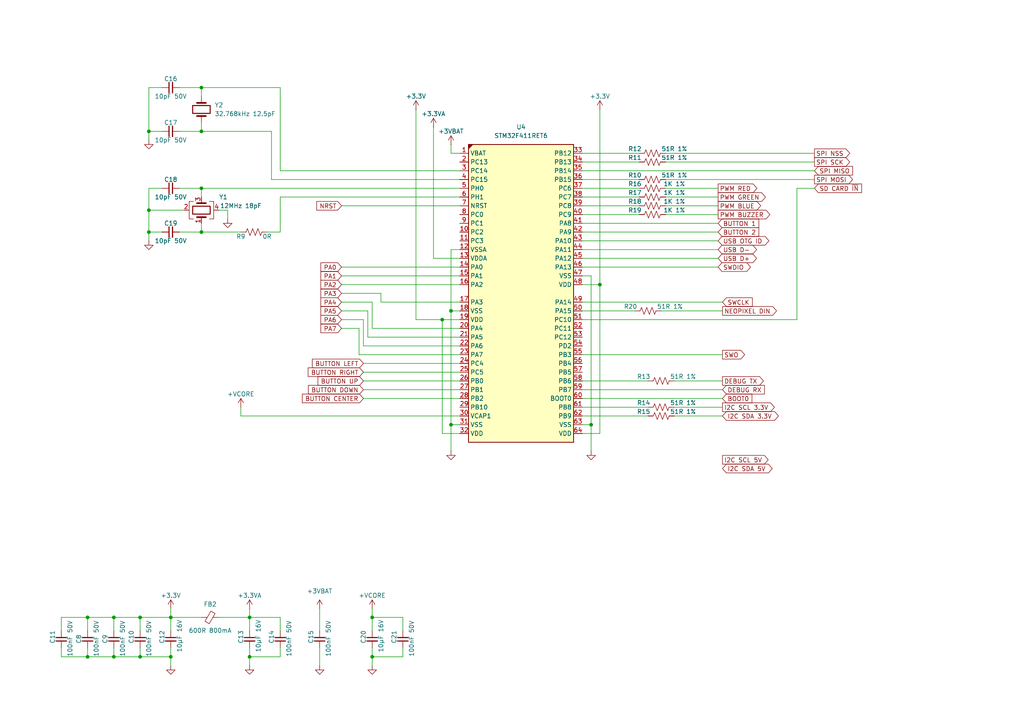
<source format=kicad_sch>
(kicad_sch (version 20231120) (generator "eeschema") (generator_version "8.0")
  (paper "A4")
  (lib_symbols
    (symbol "EMBARCADOS - CURSO PCB:+5V" (power) (pin_numbers hide) (pin_names (offset 0) hide)
      (property "Value" "+5V" (at 0 3.556 0))
      (symbol "+5V_1_1"
        (pin power_in line (at 0 0 90) (length 0) (name "~") (number "1"))
      )
    )
    (symbol "EMBARCADOS - CURSO PCB:CAP 0603 100nF 50V AVX KGM15BR71H104K " (pin_numbers hide) (pin_names (offset 0.254) hide)
      (property "Reference" "C" (at 0.254 1.778 0))
      (property "Value" "100nF 50V" (at 0.254 -2.032 0))
      (symbol "CAP 0603 100nF 50V AVX KGM15BR71H104K _1_1"
        (pin passive line (at 0 2.54 270) (length 2.032) (name "~") (number "1"))
        (pin passive line (at 0 -2.54 90) (length 2.032) (name "~") (number "2"))
      )
    )
    (symbol "EMBARCADOS - CURSO PCB:CAP 0603 10pF 50V AVX KGM15ACG1H100G" (pin_numbers hide) (pin_names (offset 0.254) hide)
      (property "Reference" "C" (at 0.254 1.778 0))
      (property "Value" "10pF 50V" (at 0.254 -2.032 0))
      (symbol "CAP 0603 10pF 50V AVX KGM15ACG1H100G_1_1"
        (pin passive line (at 0 2.54 270) (length 2.032) (name "~") (number "1"))
        (pin passive line (at 0 -2.54 90) (length 2.032) (name "~") (number "2"))
      )
    )
    (symbol "EMBARCADOS - CURSO PCB:CAP 0805 10uH 16V AVX KGM21AR71C106K" (pin_numbers hide) (pin_names (offset 0.254) hide)
      (property "Reference" "C" (at 0.254 1.778 0))
      (property "Value" "10µF 16V" (at 0.254 -2.032 0))
      (symbol "CAP 0805 10uH 16V AVX KGM21AR71C106K_1_1"
        (pin passive line (at 0 2.54 270) (length 2.032) (name "~") (number "1"))
        (pin passive line (at 0 -2.54 90) (length 2.032) (name "~") (number "2"))
      )
    )
    (symbol "EMBARCADOS - CURSO PCB:CRYSTAL 2.0x1.2 32.768kHz 12.5pF ABRACON ABS06-32.768KHZ-T" (pin_numbers hide) (pin_names (offset 1.016) hide)
      (property "Reference" "Y" (at 0 3.81 0))
      (property "Value" "32.768kHz 12.5pF" (at 0 -3.81 0))
      (symbol "CRYSTAL 2.0x1.2 32.768kHz 12.5pF ABRACON ABS06-32.768KHZ-T_1_1"
        (pin passive line (at -3.81 0 0) (length 1.27) (name "1") (number "1"))
        (pin passive line (at 3.81 0 180) (length 1.27) (name "2") (number "2"))
      )
    )
    (symbol "EMBARCADOS - CURSO PCB:CRYSTAL 3.2x2.5 12MHz 18pF 20ppm ABRACON ABM8-12.000MHZ-D2Y-T" (pin_names (offset 1.016) hide)
      (property "Reference" "Y" (at 3.175 5.08 0))
      (property "Value" "12MHz 18pF" (at 3.175 3.175 0))
      (symbol "CRYSTAL 3.2x2.5 12MHz 18pF 20ppm ABRACON ABM8-12.000MHZ-D2Y-T_1_1"
        (pin passive line (at -3.81 0 0) (length 1.27) (name "1") (number "1"))
        (pin passive line (at 0 5.08 270) (length 1.27) (name "2") (number "2"))
        (pin passive line (at 3.81 0 180) (length 1.27) (name "3") (number "3"))
        (pin passive line (at 0 -5.08 90) (length 1.27) (name "4") (number "4"))
      )
    )
    (symbol "EMBARCADOS - CURSO PCB:FB 0603 600R 800mA WÜRTH ELEKTRONIK  742792651" (pin_numbers hide) (pin_names (offset 0))
      (property "Reference" "FB" (at 1.905 1.27 0))
      (property "Value" "600R 800mA" (at 1.905 -1.27 0))
      (symbol "FB 0603 600R 800mA WÜRTH ELEKTRONIK  742792651_1_1"
        (pin passive line (at 0 2.54 270) (length 1.27) (name "~") (number "1"))
        (pin passive line (at 0 -2.54 90) (length 1.27) (name "~") (number "2"))
      )
    )
    (symbol "EMBARCADOS - CURSO PCB:IC MCU STM32F411RET6"
      (property "Reference" "U" (at -15.24 44.45 0))
      (property "Value" "STM32F411RET6 " (at -0.254 44.704 0))
      (symbol "IC MCU STM32F411RET6_1_1"
        (pin power_in line (at -17.78 40.64 0) (length 2.54) (name "VBAT") (number "1"))
        (pin bidirectional line (at -17.78 17.78 0) (length 2.54) (name "PC2") (number "10"))
        (pin bidirectional line (at -17.78 15.24 0) (length 2.54) (name "PC3") (number "11"))
        (pin power_in line (at -17.78 12.7 0) (length 2.54) (name "VSSA") (number "12"))
        (pin power_in line (at -17.78 10.16 0) (length 2.54) (name "VDDA") (number "13"))
        (pin bidirectional line (at -17.78 7.62 0) (length 2.54) (name "PA0") (number "14"))
        (pin bidirectional line (at -17.78 5.08 0) (length 2.54) (name "PA1") (number "15"))
        (pin bidirectional line (at -17.78 2.54 0) (length 2.54) (name "PA2") (number "16"))
        (pin bidirectional line (at -17.78 -2.54 0) (length 2.54) (name "PA3") (number "17"))
        (pin power_in line (at -17.78 -5.08 0) (length 2.54) (name "VSS") (number "18"))
        (pin power_in line (at -17.78 -7.62 0) (length 2.54) (name "VDD") (number "19"))
        (pin bidirectional line (at -17.78 38.1 0) (length 2.54) (name "PC13") (number "2"))
        (pin bidirectional line (at -17.78 -10.16 0) (length 2.54) (name "PA4") (number "20"))
        (pin bidirectional line (at -17.78 -12.7 0) (length 2.54) (name "PA5") (number "21"))
        (pin bidirectional line (at -17.78 -15.24 0) (length 2.54) (name "PA6") (number "22"))
        (pin bidirectional line (at -17.78 -17.78 0) (length 2.54) (name "PA7") (number "23"))
        (pin bidirectional line (at -17.78 -20.32 0) (length 2.54) (name "PC4") (number "24"))
        (pin bidirectional line (at -17.78 -22.86 0) (length 2.54) (name "PC5") (number "25"))
        (pin bidirectional line (at -17.78 -25.4 0) (length 2.54) (name "PB0") (number "26"))
        (pin bidirectional line (at -17.78 -27.94 0) (length 2.54) (name "PB1") (number "27"))
        (pin bidirectional line (at -17.78 -30.48 0) (length 2.54) (name "PB2") (number "28"))
        (pin bidirectional line (at -17.78 -33.02 0) (length 2.54) (name "PB10") (number "29"))
        (pin bidirectional line (at -17.78 35.56 0) (length 2.54) (name "PC14") (number "3"))
        (pin power_out line (at -17.78 -35.56 0) (length 2.54) (name "VCAP1") (number "30"))
        (pin passive line (at -17.78 -38.1 0) (length 2.54) (name "VSS") (number "31"))
        (pin power_in line (at -17.78 -40.64 0) (length 2.54) (name "VDD") (number "32"))
        (pin bidirectional line (at 17.78 40.64 180) (length 2.54) (name "PB12") (number "33"))
        (pin bidirectional line (at 17.78 38.1 180) (length 2.54) (name "PB13") (number "34"))
        (pin bidirectional line (at 17.78 35.56 180) (length 2.54) (name "PB14") (number "35"))
        (pin bidirectional line (at 17.78 33.02 180) (length 2.54) (name "PB15") (number "36"))
        (pin bidirectional line (at 17.78 30.48 180) (length 2.54) (name "PC6") (number "37"))
        (pin bidirectional line (at 17.78 27.94 180) (length 2.54) (name "PC7") (number "38"))
        (pin bidirectional line (at 17.78 25.4 180) (length 2.54) (name "PC8") (number "39"))
        (pin bidirectional line (at -17.78 33.02 0) (length 2.54) (name "PC15") (number "4"))
        (pin bidirectional line (at 17.78 22.86 180) (length 2.54) (name "PC9") (number "40"))
        (pin bidirectional line (at 17.78 20.32 180) (length 2.54) (name "PA8") (number "41"))
        (pin bidirectional line (at 17.78 17.78 180) (length 2.54) (name "PA9") (number "42"))
        (pin bidirectional line (at 17.78 15.24 180) (length 2.54) (name "PA10") (number "43"))
        (pin bidirectional line (at 17.78 12.7 180) (length 2.54) (name "PA11") (number "44"))
        (pin bidirectional line (at 17.78 10.16 180) (length 2.54) (name "PA12") (number "45"))
        (pin bidirectional line (at 17.78 7.62 180) (length 2.54) (name "PA13") (number "46"))
        (pin passive line (at 17.78 5.08 180) (length 2.54) (name "VSS") (number "47"))
        (pin power_in line (at 17.78 2.54 180) (length 2.54) (name "VDD") (number "48"))
        (pin bidirectional line (at 17.78 -2.54 180) (length 2.54) (name "PA14") (number "49"))
        (pin bidirectional line (at -17.78 30.48 0) (length 2.54) (name "PH0") (number "5"))
        (pin bidirectional line (at 17.78 -5.08 180) (length 2.54) (name "PA15") (number "50"))
        (pin bidirectional line (at 17.78 -7.62 180) (length 2.54) (name "PC10") (number "51"))
        (pin bidirectional line (at 17.78 -10.16 180) (length 2.54) (name "PC11") (number "52"))
        (pin bidirectional line (at 17.78 -12.7 180) (length 2.54) (name "PC12") (number "53"))
        (pin bidirectional line (at 17.78 -15.24 180) (length 2.54) (name "PD2") (number "54"))
        (pin bidirectional line (at 17.78 -17.78 180) (length 2.54) (name "PB3") (number "55"))
        (pin bidirectional line (at 17.78 -20.32 180) (length 2.54) (name "PB4") (number "56"))
        (pin bidirectional line (at 17.78 -22.86 180) (length 2.54) (name "PB5") (number "57"))
        (pin bidirectional line (at 17.78 -25.4 180) (length 2.54) (name "PB6") (number "58"))
        (pin bidirectional line (at 17.78 -27.94 180) (length 2.54) (name "PB7") (number "59"))
        (pin bidirectional line (at -17.78 27.94 0) (length 2.54) (name "PH1") (number "6"))
        (pin input line (at 17.78 -30.48 180) (length 2.54) (name "BOOT0") (number "60"))
        (pin bidirectional line (at 17.78 -33.02 180) (length 2.54) (name "PB8") (number "61"))
        (pin bidirectional line (at 17.78 -35.56 180) (length 2.54) (name "PB9") (number "62"))
        (pin passive line (at 17.78 -38.1 180) (length 2.54) (name "VSS") (number "63"))
        (pin power_in line (at 17.78 -40.64 180) (length 2.54) (name "VDD") (number "64"))
        (pin input line (at -17.78 25.4 0) (length 2.54) (name "NRST") (number "7"))
        (pin bidirectional line (at -17.78 22.86 0) (length 2.54) (name "PC0") (number "8"))
        (pin bidirectional line (at -17.78 20.32 0) (length 2.54) (name "PC1") (number "9"))
      )
    )
    (symbol "EMBARCADOS - CURSO PCB:POWER GND" (power) (pin_numbers hide) (pin_names (offset 0) hide)
      (property "Value" "POWER GND" (at 0 -3.81 0))
      (symbol "POWER GND_1_1"
        (pin power_in line (at 0 0 270) (length 0) (name "~") (number "1"))
      )
    )
    (symbol "EMBARCADOS - CURSO PCB:RES 0603 0R VISHAY CRCW06030000Z0" (pin_numbers hide) (pin_names (offset 0))
      (property "Reference" "R" (at 2.54 0 90))
      (property "Value" "0R" (at -2.54 0 90))
      (symbol "RES 0603 0R VISHAY CRCW06030000Z0_1_1"
        (pin passive line (at 0 3.81 270) (length 1.27) (name "~") (number "1"))
        (pin passive line (at 0 -3.81 90) (length 1.27) (name "~") (number "2"))
      )
    )
    (symbol "EMBARCADOS - CURSO PCB:RES 0603 1K 1% VISHAY CRCW06031K00FK " (pin_numbers hide) (pin_names (offset 0))
      (property "Reference" "R" (at 2.54 0 90))
      (property "Value" "1K 1% " (at -2.54 0 90))
      (symbol "RES 0603 1K 1% VISHAY CRCW06031K00FK _1_1"
        (pin passive line (at 0 3.81 270) (length 1.27) (name "~") (number "1"))
        (pin passive line (at 0 -3.81 90) (length 1.27) (name "~") (number "2"))
      )
    )
    (symbol "EMBARCADOS - CURSO PCB:RES 0603 51R 1% VISHAY CRCW060351R0FK " (pin_numbers hide) (pin_names (offset 0))
      (property "Reference" "R" (at 2.54 0 90))
      (property "Value" "51R 1%" (at -2.54 0 90))
      (symbol "RES 0603 51R 1% VISHAY CRCW060351R0FK _1_1"
        (pin passive line (at 0 3.81 270) (length 1.27) (name "~") (number "1"))
        (pin passive line (at 0 -3.81 90) (length 1.27) (name "~") (number "2"))
      )
    )
  )
  (junction (at 58.42 25.4))
  (junction (at 43.18 38.1))
  (junction (at 107.95 190.5))
  (junction (at 33.02 190.5))
  (junction (at 130.81 90.17))
  (junction (at 130.81 123.19))
  (junction (at 128.27 92.71))
  (junction (at 49.53 179.07))
  (junction (at 58.42 67.31))
  (junction (at 171.45 123.19))
  (junction (at 58.42 38.1))
  (junction (at 43.18 60.96))
  (junction (at 25.4 190.5))
  (junction (at 107.95 179.07))
  (junction (at 40.64 190.5))
  (junction (at 33.02 179.07))
  (junction (at 49.53 190.5))
  (junction (at 58.42 54.61))
  (junction (at 72.39 179.07))
  (junction (at 25.4 179.07))
  (junction (at 72.39 190.5))
  (junction (at 43.18 67.31))
  (junction (at 173.99 82.55))
  (junction (at 40.64 179.07))
  (wire (pts (xy 133.35 95.25) (xy 107.95 95.25)))
  (wire (pts (xy 78.74 38.1) (xy 78.74 52.07)))
  (wire (pts (xy 107.95 190.5) (xy 116.84 190.5)))
  (wire (pts (xy 168.91 80.01) (xy 171.45 80.01)))
  (wire (pts (xy 133.35 123.19) (xy 130.81 123.19)))
  (wire (pts (xy 168.91 82.55) (xy 173.99 82.55)))
  (wire (pts (xy 33.02 179.07) (xy 33.02 182.88)))
  (wire (pts (xy 43.18 54.61) (xy 46.99 54.61)))
  (wire (pts (xy 133.35 102.87) (xy 104.14 102.87)))
  (wire (pts (xy 17.78 179.07) (xy 25.4 179.07)))
  (wire (pts (xy 168.91 120.65) (xy 187.96 120.65)))
  (wire (pts (xy 168.91 69.85) (xy 208.28 69.85)))
  (wire (pts (xy 52.07 25.4) (xy 58.42 25.4)))
  (wire (pts (xy 17.78 182.88) (xy 17.78 179.07)))
  (wire (pts (xy 231.14 92.71) (xy 168.91 92.71)))
  (wire (pts (xy 168.91 74.93) (xy 208.28 74.93)))
  (wire (pts (xy 43.18 38.1) (xy 43.18 40.64)))
  (wire (pts (xy 173.99 82.55) (xy 173.99 31.75)))
  (wire (pts (xy 168.91 49.53) (xy 236.22 49.53)))
  (wire (pts (xy 130.81 90.17) (xy 130.81 123.19)))
  (wire (pts (xy 77.47 67.31) (xy 81.28 67.31)))
  (wire (pts (xy 105.41 107.95) (xy 133.35 107.95)))
  (wire (pts (xy 133.35 87.63) (xy 110.49 87.63)))
  (wire (pts (xy 58.42 35.56) (xy 58.42 38.1)))
  (wire (pts (xy 168.91 77.47) (xy 208.28 77.47)))
  (wire (pts (xy 49.53 176.53) (xy 49.53 179.07)))
  (wire (pts (xy 106.68 90.17) (xy 99.06 90.17)))
  (wire (pts (xy 81.28 49.53) (xy 133.35 49.53)))
  (wire (pts (xy 40.64 179.07) (xy 49.53 179.07)))
  (wire (pts (xy 193.04 57.15) (xy 208.28 57.15)))
  (wire (pts (xy 168.91 115.57) (xy 209.55 115.57)))
  (wire (pts (xy 110.49 87.63) (xy 110.49 85.09)))
  (wire (pts (xy 173.99 125.73) (xy 173.99 82.55)))
  (wire (pts (xy 72.39 176.53) (xy 72.39 179.07)))
  (wire (pts (xy 125.73 74.93) (xy 125.73 36.83)))
  (wire (pts (xy 33.02 187.96) (xy 33.02 190.5)))
  (wire (pts (xy 25.4 179.07) (xy 25.4 182.88)))
  (wire (pts (xy 168.91 102.87) (xy 209.55 102.87)))
  (wire (pts (xy 81.28 182.88) (xy 81.28 179.07)))
  (wire (pts (xy 168.91 64.77) (xy 208.28 64.77)))
  (wire (pts (xy 99.06 82.55) (xy 133.35 82.55)))
  (wire (pts (xy 49.53 187.96) (xy 49.53 190.5)))
  (wire (pts (xy 69.85 120.65) (xy 69.85 118.11)))
  (wire (pts (xy 195.58 118.11) (xy 209.55 118.11)))
  (wire (pts (xy 58.42 54.61) (xy 133.35 54.61)))
  (wire (pts (xy 133.35 100.33) (xy 105.41 100.33)))
  (wire (pts (xy 168.91 113.03) (xy 209.55 113.03)))
  (wire (pts (xy 116.84 187.96) (xy 116.84 190.5)))
  (wire (pts (xy 130.81 72.39) (xy 130.81 90.17)))
  (wire (pts (xy 107.95 87.63) (xy 99.06 87.63)))
  (wire (pts (xy 193.04 59.69) (xy 208.28 59.69)))
  (wire (pts (xy 92.71 176.53) (xy 92.71 182.88)))
  (wire (pts (xy 191.77 90.17) (xy 209.55 90.17)))
  (wire (pts (xy 107.95 187.96) (xy 107.95 190.5)))
  (wire (pts (xy 130.81 123.19) (xy 130.81 130.81)))
  (wire (pts (xy 52.07 38.1) (xy 58.42 38.1)))
  (wire (pts (xy 52.07 67.31) (xy 58.42 67.31)))
  (wire (pts (xy 209.55 110.49) (xy 195.58 110.49)))
  (wire (pts (xy 49.53 179.07) (xy 49.53 182.88)))
  (wire (pts (xy 104.14 95.25) (xy 99.06 95.25)))
  (wire (pts (xy 99.06 80.01) (xy 133.35 80.01)))
  (wire (pts (xy 33.02 179.07) (xy 40.64 179.07)))
  (wire (pts (xy 106.68 97.79) (xy 106.68 90.17)))
  (wire (pts (xy 105.41 92.71) (xy 99.06 92.71)))
  (wire (pts (xy 43.18 38.1) (xy 43.18 25.4)))
  (wire (pts (xy 130.81 41.91) (xy 130.81 44.45)))
  (wire (pts (xy 133.35 97.79) (xy 106.68 97.79)))
  (wire (pts (xy 99.06 77.47) (xy 133.35 77.47)))
  (wire (pts (xy 168.91 118.11) (xy 187.96 118.11)))
  (wire (pts (xy 58.42 25.4) (xy 81.28 25.4)))
  (wire (pts (xy 43.18 67.31) (xy 43.18 60.96)))
  (wire (pts (xy 72.39 190.5) (xy 81.28 190.5)))
  (wire (pts (xy 231.14 54.61) (xy 231.14 92.71)))
  (wire (pts (xy 40.64 179.07) (xy 40.64 182.88)))
  (wire (pts (xy 49.53 190.5) (xy 49.53 193.04)))
  (wire (pts (xy 105.41 115.57) (xy 133.35 115.57)))
  (wire (pts (xy 107.95 95.25) (xy 107.95 87.63)))
  (wire (pts (xy 43.18 67.31) (xy 46.99 67.31)))
  (wire (pts (xy 58.42 54.61) (xy 58.42 57.15)))
  (wire (pts (xy 168.91 110.49) (xy 187.96 110.49)))
  (wire (pts (xy 25.4 179.07) (xy 33.02 179.07)))
  (wire (pts (xy 120.65 31.75) (xy 120.65 92.71)))
  (wire (pts (xy 63.5 60.96) (xy 66.04 60.96)))
  (wire (pts (xy 78.74 52.07) (xy 133.35 52.07)))
  (wire (pts (xy 193.04 54.61) (xy 208.28 54.61)))
  (wire (pts (xy 128.27 92.71) (xy 128.27 125.73)))
  (wire (pts (xy 168.91 62.23) (xy 185.42 62.23)))
  (wire (pts (xy 66.04 60.96) (xy 66.04 63.5)))
  (wire (pts (xy 105.41 100.33) (xy 105.41 92.71)))
  (wire (pts (xy 43.18 69.85) (xy 43.18 67.31)))
  (wire (pts (xy 17.78 190.5) (xy 25.4 190.5)))
  (wire (pts (xy 72.39 179.07) (xy 72.39 182.88)))
  (wire (pts (xy 58.42 25.4) (xy 58.42 27.94)))
  (wire (pts (xy 193.04 44.45) (xy 236.22 44.45)))
  (wire (pts (xy 193.04 46.99) (xy 236.22 46.99)))
  (wire (pts (xy 107.95 176.53) (xy 107.95 179.07)))
  (wire (pts (xy 193.04 62.23) (xy 208.28 62.23)))
  (wire (pts (xy 107.95 190.5) (xy 107.95 193.04)))
  (wire (pts (xy 81.28 25.4) (xy 81.28 49.53)))
  (wire (pts (xy 133.35 74.93) (xy 125.73 74.93)))
  (wire (pts (xy 168.91 59.69) (xy 185.42 59.69)))
  (wire (pts (xy 193.04 52.07) (xy 236.22 52.07)))
  (wire (pts (xy 107.95 179.07) (xy 107.95 182.88)))
  (wire (pts (xy 168.91 46.99) (xy 185.42 46.99)))
  (wire (pts (xy 40.64 190.5) (xy 49.53 190.5)))
  (wire (pts (xy 52.07 54.61) (xy 58.42 54.61)))
  (wire (pts (xy 72.39 179.07) (xy 81.28 179.07)))
  (wire (pts (xy 168.91 67.31) (xy 208.28 67.31)))
  (wire (pts (xy 168.91 57.15) (xy 185.42 57.15)))
  (wire (pts (xy 105.41 110.49) (xy 133.35 110.49)))
  (wire (pts (xy 128.27 92.71) (xy 120.65 92.71)))
  (wire (pts (xy 104.14 102.87) (xy 104.14 95.25)))
  (wire (pts (xy 58.42 67.31) (xy 58.42 64.77)))
  (wire (pts (xy 81.28 187.96) (xy 81.28 190.5)))
  (wire (pts (xy 58.42 67.31) (xy 69.85 67.31)))
  (wire (pts (xy 72.39 190.5) (xy 72.39 193.04)))
  (wire (pts (xy 105.41 113.03) (xy 133.35 113.03)))
  (wire (pts (xy 99.06 59.69) (xy 133.35 59.69)))
  (wire (pts (xy 25.4 187.96) (xy 25.4 190.5)))
  (wire (pts (xy 168.91 123.19) (xy 171.45 123.19)))
  (wire (pts (xy 107.95 179.07) (xy 116.84 179.07)))
  (wire (pts (xy 43.18 38.1) (xy 46.99 38.1)))
  (wire (pts (xy 133.35 120.65) (xy 69.85 120.65)))
  (wire (pts (xy 25.4 190.5) (xy 33.02 190.5)))
  (wire (pts (xy 81.28 57.15) (xy 133.35 57.15)))
  (wire (pts (xy 116.84 182.88) (xy 116.84 179.07)))
  (wire (pts (xy 49.53 179.07) (xy 58.42 179.07)))
  (wire (pts (xy 231.14 54.61) (xy 236.22 54.61)))
  (wire (pts (xy 130.81 44.45) (xy 133.35 44.45)))
  (wire (pts (xy 72.39 187.96) (xy 72.39 190.5)))
  (wire (pts (xy 43.18 25.4) (xy 46.99 25.4)))
  (wire (pts (xy 43.18 60.96) (xy 53.34 60.96)))
  (wire (pts (xy 168.91 52.07) (xy 185.42 52.07)))
  (wire (pts (xy 63.5 179.07) (xy 72.39 179.07)))
  (wire (pts (xy 171.45 80.01) (xy 171.45 123.19)))
  (wire (pts (xy 110.49 85.09) (xy 99.06 85.09)))
  (wire (pts (xy 78.74 38.1) (xy 58.42 38.1)))
  (wire (pts (xy 168.91 125.73) (xy 173.99 125.73)))
  (wire (pts (xy 168.91 54.61) (xy 185.42 54.61)))
  (wire (pts (xy 17.78 187.96) (xy 17.78 190.5)))
  (wire (pts (xy 81.28 67.31) (xy 81.28 57.15)))
  (wire (pts (xy 40.64 187.96) (xy 40.64 190.5)))
  (wire (pts (xy 168.91 44.45) (xy 185.42 44.45)))
  (wire (pts (xy 133.35 72.39) (xy 130.81 72.39)))
  (wire (pts (xy 133.35 90.17) (xy 130.81 90.17)))
  (wire (pts (xy 168.91 87.63) (xy 209.55 87.63)))
  (wire (pts (xy 133.35 125.73) (xy 128.27 125.73)))
  (wire (pts (xy 92.71 187.96) (xy 92.71 193.04)))
  (wire (pts (xy 43.18 60.96) (xy 43.18 54.61)))
  (wire (pts (xy 171.45 123.19) (xy 171.45 130.81)))
  (wire (pts (xy 33.02 190.5) (xy 40.64 190.5)))
  (wire (pts (xy 105.41 105.41) (xy 133.35 105.41)))
  (wire (pts (xy 168.91 90.17) (xy 184.15 90.17)))
  (wire (pts (xy 168.91 72.39) (xy 208.28 72.39)))
  (wire (pts (xy 128.27 92.71) (xy 133.35 92.71)))
  (wire (pts (xy 195.58 120.65) (xy 209.55 120.65)))
  (global_label "PWM BUZZER" (shape output) (at 208.28 62.23 0) (property "Intersheetrefs" "${INTERSHEET_REFS}" (effects (hide yes))))
  (global_label "SD CARD ~{IN}" (shape input) (at 236.22 54.61 0) (property "Intersheetrefs" "${INTERSHEET_REFS}" (effects (hide yes))))
  (global_label "NRST" (shape input) (at 99.06 59.69 180) (property "Intersheetrefs" "${INTERSHEET_REFS}" (effects (hide yes))))
  (global_label "PA1" (shape input) (at 99.06 80.01 180) (property "Intersheetrefs" "${INTERSHEET_REFS}" (effects (hide yes))))
  (global_label "SPI MISO" (shape input) (at 236.22 49.53 0) (property "Intersheetrefs" "${INTERSHEET_REFS}" (effects (hide yes))))
  (global_label "BUTTON 2" (shape input) (at 208.28 67.31 0) (property "Intersheetrefs" "${INTERSHEET_REFS}" (effects (hide yes))))
  (global_label "DEBUG RX" (shape input) (at 209.55 113.03 0) (property "Intersheetrefs" "${INTERSHEET_REFS}" (effects (hide yes))))
  (global_label "PA4" (shape input) (at 99.06 87.63 180) (property "Intersheetrefs" "${INTERSHEET_REFS}" (effects (hide yes))))
  (global_label "I2C SCL 5V" (shape output) (at 209.55 133.35 0) (property "Intersheetrefs" "${INTERSHEET_REFS}" (effects (hide yes))))
  (global_label "PWM GREEN" (shape output) (at 208.28 57.15 0) (property "Intersheetrefs" "${INTERSHEET_REFS}" (effects (hide yes))))
  (global_label "I2C SDA 5V" (shape bidirectional) (at 209.55 135.89 0) (property "Intersheetrefs" "${INTERSHEET_REFS}" (effects (hide yes))))
  (global_label "USB OTG ID" (shape bidirectional) (at 208.28 69.85 0) (property "Intersheetrefs" "${INTERSHEET_REFS}" (effects (hide yes))))
  (global_label "USB D+" (shape bidirectional) (at 208.28 74.93 0) (property "Intersheetrefs" "${INTERSHEET_REFS}" (effects (hide yes))))
  (global_label "PA0" (shape input) (at 99.06 77.47 180) (property "Intersheetrefs" "${INTERSHEET_REFS}" (effects (hide yes))))
  (global_label "I2C SCL 3.3V" (shape output) (at 209.55 118.11 0) (property "Intersheetrefs" "${INTERSHEET_REFS}" (effects (hide yes))))
  (global_label "BUTTON CENTER" (shape input) (at 105.41 115.57 180) (property "Intersheetrefs" "${INTERSHEET_REFS}" (effects (hide yes))))
  (global_label "BUTTON UP" (shape input) (at 105.41 110.49 180) (property "Intersheetrefs" "${INTERSHEET_REFS}" (effects (hide yes))))
  (global_label "PWM BLUE" (shape output) (at 208.28 59.69 0) (property "Intersheetrefs" "${INTERSHEET_REFS}" (effects (hide yes))))
  (global_label "SPI SCK" (shape output) (at 236.22 46.99 0) (property "Intersheetrefs" "${INTERSHEET_REFS}" (effects (hide yes))))
  (global_label "SPI NSS" (shape output) (at 236.22 44.45 0) (property "Intersheetrefs" "${INTERSHEET_REFS}" (effects (hide yes))))
  (global_label "SPI MOSI" (shape output) (at 236.22 52.07 0) (property "Intersheetrefs" "${INTERSHEET_REFS}" (effects (hide yes))))
  (global_label "PA3" (shape input) (at 99.06 85.09 180) (property "Intersheetrefs" "${INTERSHEET_REFS}" (effects (hide yes))))
  (global_label "I2C SDA 3.3V" (shape bidirectional) (at 209.55 120.65 0) (property "Intersheetrefs" "${INTERSHEET_REFS}" (effects (hide yes))))
  (global_label "SWDIO" (shape bidirectional) (at 208.28 77.47 0) (property "Intersheetrefs" "${INTERSHEET_REFS}" (effects (hide yes))))
  (global_label "SWO" (shape output) (at 209.55 102.87 0) (property "Intersheetrefs" "${INTERSHEET_REFS}" (effects (hide yes))))
  (global_label "BUTTON 1" (shape input) (at 208.28 64.77 0) (property "Intersheetrefs" "${INTERSHEET_REFS}" (effects (hide yes))))
  (global_label "PA6" (shape input) (at 99.06 92.71 180) (property "Intersheetrefs" "${INTERSHEET_REFS}" (effects (hide yes))))
  (global_label "BUTTON DOWN" (shape input) (at 105.41 113.03 180) (property "Intersheetrefs" "${INTERSHEET_REFS}" (effects (hide yes))))
  (global_label "NEOPIXEL DIN" (shape output) (at 209.55 90.17 0) (property "Intersheetrefs" "${INTERSHEET_REFS}" (effects (hide yes))))
  (global_label "DEBUG TX" (shape output) (at 209.55 110.49 0) (property "Intersheetrefs" "${INTERSHEET_REFS}" (effects (hide yes))))
  (global_label "BOOT0" (shape input) (at 209.55 115.57 0) (property "Intersheetrefs" "${INTERSHEET_REFS}" (effects (hide yes))))
  (global_label "PWM RED" (shape output) (at 208.28 54.61 0) (property "Intersheetrefs" "${INTERSHEET_REFS}" (effects (hide yes))))
  (global_label "USB D-" (shape bidirectional) (at 208.28 72.39 0) (property "Intersheetrefs" "${INTERSHEET_REFS}" (effects (hide yes))))
  (global_label "BUTTON LEFT" (shape input) (at 105.41 105.41 180) (property "Intersheetrefs" "${INTERSHEET_REFS}" (effects (hide yes))))
  (global_label "PA7" (shape input) (at 99.06 95.25 180) (property "Intersheetrefs" "${INTERSHEET_REFS}" (effects (hide yes))))
  (global_label "BUTTON RIGHT" (shape input) (at 105.41 107.95 180) (property "Intersheetrefs" "${INTERSHEET_REFS}" (effects (hide yes))))
  (global_label "PA5" (shape input) (at 99.06 90.17 180) (property "Intersheetrefs" "${INTERSHEET_REFS}" (effects (hide yes))))
  (global_label "SWCLK" (shape input) (at 209.55 87.63 0) (property "Intersheetrefs" "${INTERSHEET_REFS}" (effects (hide yes))))
  (global_label "PA2" (shape input) (at 99.06 82.55 180) (property "Intersheetrefs" "${INTERSHEET_REFS}" (effects (hide yes))))
  (symbol (lib_id "EMBARCADOS - CURSO PCB:POWER GND") (at 49.53 193.04 0) (unit 1)
    (property "Reference" "#PWR037" (effects (hide yes)))
    (property "Value" "GND" (effects (hide yes)))
    (property "Description" "Power symbol creates a global label with name \"GND\" , ground" (effects (hide yes)))
  )
  (symbol (lib_id "EMBARCADOS - CURSO PCB:CAP 0603 10pF 50V AVX KGM15ACG1H100G") (at 49.53 67.31 90) (unit 1)
    (property "Reference" "C19" (at 49.53 64.77 90))
    (property "Value" "10pF 50V" (at 49.53 69.85 90))
    (property "Footprint" "EMBARCADOS - CURSO PCB:C_0603_1608Metric" (effects (hide yes)))
    (property "Datasheet" "https://datasheets.kyocera-avx.com/C0GNP0-KGM.pdf" (effects (hide yes)))
    (property "Description" "CAP 0603 10pF 50V AVX" (effects (hide yes)))
    (property "MPN" "KGM15ACG1H100G " (effects (hide yes)))
    (property "Manufacturer" "KYOCERA/AVX " (effects (hide yes)))
    (property "3D Model" "KiCad" (effects (hide yes)))
    (property "Notes" "-" (effects (hide yes)))
    (property "LCSC Part #" "C1634 " (effects (hide yes)))
    (property "LCSC MPN " "CL10C100JB8NNNC " (effects (hide yes)))
    (property "LCSC MANUFACTURER " "SAMSUNG " (effects (hide yes)))
  )
  (symbol (lib_id "EMBARCADOS - CURSO PCB:FB 0603 600R 800mA WÜRTH ELEKTRONIK  742792651") (at 60.96 179.07 90) (unit 1)
    (property "Reference" "FB2" (at 60.96 175.26 90))
    (property "Value" "600R 800mA" (at 60.96 182.88 90))
    (property "Footprint" "EMBARCADOS - CURSO PCB:L_0603_1608Metric" (effects (hide yes)))
    (property "Datasheet" "https://www.we-online.com/components/products/datasheet/742792651.pdf" (effects (hide yes)))
    (property "Description" "Ferrite bead, small symbol" (effects (hide yes)))
    (property "MPN" "742792651 " (effects (hide yes)))
    (property "Manufacturer" "WÜRTH ELEKTRONIK " (effects (hide yes)))
    (property "3D Model" "KiCad" (effects (hide yes)))
    (property "Notes" "-" (effects (hide yes)))
    (property "LCSC Part # " "C963865 " (effects (hide yes)))
    (property "LCSC MPN " "ACMS160808A1213A " (effects (hide yes)))
    (property "LCSC MANUFACTURER " "HYHONGYEX " (effects (hide yes)))
  )
  (symbol (lib_id "EMBARCADOS - CURSO PCB:RES 0603 51R 1% VISHAY CRCW060351R0FK ") (at 191.77 118.11 90) (unit 1)
    (property "Reference" "R14" (at 186.69 116.84 90))
    (property "Value" "51R 1%" (at 198.12 116.84 90))
    (property "Footprint" "EMBARCADOS - CURSO PCB:R_0603_1608Metric" (effects (hide yes)))
    (property "Datasheet" "https://www.we-online.com/components/products/datasheet/61300411821.pdf" (effects (hide yes)))
    (property "Description" "RES 0603 51R 1% VISHAY" (effects (hide yes)))
    (property "MPN" "CRCW060351R0FK " (effects (hide yes)))
    (property "Manufacturer" "VISHAY " (effects (hide yes)))
    (property "3D Model" "KiCad" (effects (hide yes)))
    (property "Notes" "-" (effects (hide yes)))
    (property "LCSC Part # " "C23197 " (effects (hide yes)))
    (property "LCSC MPN " "0603WAF510JT5E " (effects (hide yes)))
    (property "LCSC MANUFACTURER " "UNI-ROYAL " (effects (hide yes)))
  )
  (symbol (lib_id "EMBARCADOS - CURSO PCB:CAP 0603 100nF 50V AVX KGM15BR71H104K ") (at 25.4 185.42 180) (unit 1)
    (property "Reference" "C8" (at 22.86 186.69 90) (effects (justify right)))
    (property "Value" "100nF 50V" (at 27.94 190.5 90) (effects (justify right)))
    (property "Footprint" "EMBARCADOS - CURSO PCB:C_0603_1608Metric" (effects (hide yes)))
    (property "Datasheet" "https://datasheets.kyocera-avx.com/KGM_X7R.pdf" (effects (hide yes)))
    (property "Description" "CAP 0603 100nF 50V AVX" (effects (hide yes)))
    (property "MPN" "KGM15BR71H104K " (effects (hide yes)))
    (property "Manufacturer" "KYOCERA/AVX " (effects (hide yes)))
    (property "3D Model" "KiCad" (effects (hide yes)))
    (property "Notes" "-" (effects (hide yes)))
    (property "LCSC Part #" "C14663 " (effects (hide yes)))
    (property "LCSC MPN " "CC0603KRX7R9BB104 " (effects (hide yes)))
    (property "LCSC MANUFACTURER " "YAGEO " (effects (hide yes)))
  )
  (symbol (lib_id "EMBARCADOS - CURSO PCB:+5V") (at 72.39 176.53 0) (unit 1)
    (property "Reference" "#PWR033" (effects (hide yes)))
    (property "Value" "+3.3VA" (at 72.39 172.72 0))
    (property "Description" "Power symbol creates a global label with name \"+5V\"" (effects (hide yes)))
  )
  (symbol (lib_id "EMBARCADOS - CURSO PCB:POWER GND") (at 130.81 130.81 0) (unit 1)
    (property "Reference" "#PWR030" (effects (hide yes)))
    (property "Value" "GND" (effects (hide yes)))
    (property "Description" "Power symbol creates a global label with name \"GND\" , ground" (effects (hide yes)))
  )
  (symbol (lib_id "EMBARCADOS - CURSO PCB:+5V") (at 107.95 176.53 0) (unit 1)
    (property "Reference" "#PWR045" (effects (hide yes)))
    (property "Value" "+VCORE" (at 107.95 172.72 0))
    (property "Description" "Power symbol creates a global label with name \"+5V\"" (effects (hide yes)))
  )
  (symbol (lib_id "EMBARCADOS - CURSO PCB:CRYSTAL 3.2x2.5 12MHz 18pF 20ppm ABRACON ABM8-12.000MHZ-D2Y-T") (at 58.42 60.96 90) (unit 1)
    (property "Reference" "Y1" (at 64.77 57.15 90))
    (property "Value" "12MHz 18pF" (at 69.85 59.69 90))
    (property "Footprint" "EMBARCADOS - CURSO PCB:Crystal_SMD_3225-4Pin_3.2x2.5mm" (effects (hide yes)))
    (property "Datasheet" "https://abracon.com/Resonators/abm8.pdf" (effects (hide yes)))
    (property "Description" "CRYSTAL 3.2x2.5 12MHz 18pF 20ppm ABRACON/FOX" (effects (hide yes)))
    (property "MPN" "ABM8-12.000MHZ-D2Y-T" (effects (hide yes)))
    (property "Manufacturer" "ABRACON/FOX " (effects (hide yes)))
    (property "3D Model" "KiCad" (effects (hide yes)))
    (property "Notes" "-" (effects (hide yes)))
    (property "LCSC Part #" "C6071564 " (effects (hide yes)))
    (property "LCSC MPN " "3225 12M 18PF 20PPM " (effects (hide yes)))
    (property "LCSC MANUFACTURER " "SST " (effects (hide yes)))
  )
  (symbol (lib_id "EMBARCADOS - CURSO PCB:POWER GND") (at 66.04 63.5 0) (unit 1)
    (property "Reference" "#PWR042" (effects (hide yes)))
    (property "Value" "GND" (effects (hide yes)))
    (property "Description" "Power symbol creates a global label with name \"GND\" , ground" (effects (hide yes)))
  )
  (symbol (lib_id "EMBARCADOS - CURSO PCB:IC MCU STM32F411RET6") (at 151.13 85.09 0) (unit 1)
    (property "Reference" "U4" (at 151.13 36.83 0))
    (property "Value" "STM32F411RET6" (at 151.13 39.37 0))
    (property "Footprint" "EMBARCADOS - CURSO PCB:LQFP-64_10x10mm_P0.5mm" (effects (hide yes)))
    (property "Datasheet" "https://www.st.com/resource/en/datasheet/stm32f411re.pdf" (effects (hide yes)))
    (property "Description" "STMicroelectronics Arm Cortex-M4 MCU, 512KB flash, 128KB RAM, 100 MHz, 1.7-3.6V, 50 GPIO, LQFP64" (effects (hide yes)))
    (property "MPN" "STM32F411RET6 " (effects (hide yes)))
    (property "Manufacturer" "STMICROELECTRONICS " (effects (hide yes)))
    (property "3D Model" "KICAD LQFP-64 " (effects (hide yes)))
    (property "Notes" "-" (effects (hide yes)))
    (property "LCSC Part # " "C94355 " (effects (hide yes)))
    (property "LCSC MPN " "STM32F411RET6 " (effects (hide yes)))
    (property "LCSC MANUFACTURER " "STMICROELECTRONICS " (effects (hide yes)))
  )
  (symbol (lib_id "EMBARCADOS - CURSO PCB:RES 0603 51R 1% VISHAY CRCW060351R0FK ") (at 191.77 110.49 90) (unit 1)
    (property "Reference" "R13" (at 186.69 109.22 90))
    (property "Value" "51R 1%" (at 198.12 109.22 90))
    (property "Footprint" "EMBARCADOS - CURSO PCB:R_0603_1608Metric" (effects (hide yes)))
    (property "Datasheet" "https://www.we-online.com/components/products/datasheet/61300411821.pdf" (effects (hide yes)))
    (property "Description" "RES 0603 51R 1% VISHAY" (effects (hide yes)))
    (property "MPN" "CRCW060351R0FK " (effects (hide yes)))
    (property "Manufacturer" "VISHAY " (effects (hide yes)))
    (property "3D Model" "KiCad" (effects (hide yes)))
    (property "Notes" "-" (effects (hide yes)))
    (property "LCSC Part # " "C23197 " (effects (hide yes)))
    (property "LCSC MPN " "0603WAF510JT5E " (effects (hide yes)))
    (property "LCSC MANUFACTURER " "UNI-ROYAL " (effects (hide yes)))
  )
  (symbol (lib_id "EMBARCADOS - CURSO PCB:CAP 0805 10uH 16V AVX KGM21AR71C106K") (at 107.95 185.42 0) (unit 1)
    (property "Reference" "C20" (at 105.41 186.69 90) (effects (justify left)))
    (property "Value" "10µF 16V" (at 110.49 189.23 90) (effects (justify left)))
    (property "Footprint" "EMBARCADOS - CURSO PCB:C_0805_2012Metric" (effects (hide yes)))
    (property "Datasheet" "https://datasheets.kyocera-avx.com/KGM_X7R.pdf" (effects (hide yes)))
    (property "Description" "CAP 0805 10uH 16V AVX" (effects (hide yes)))
    (property "MPN" "KGM21AR71C106K " (effects (hide yes)))
    (property "Manufacturer" "KYOCERA/AVX " (effects (hide yes)))
    (property "3D Model" "KiCad" (effects (hide yes)))
    (property "Notes" "-" (effects (hide yes)))
    (property "LCSC Part #" "C15850 " (effects (hide yes)))
    (property "LCSC MPN " "CL21A106KAYNNNE " (effects (hide yes)))
    (property "LCSC MANUFACTURER " "SAMSUNG " (effects (hide yes)))
  )
  (symbol (lib_id "EMBARCADOS - CURSO PCB:CAP 0603 100nF 50V AVX KGM15BR71H104K ") (at 81.28 185.42 180) (unit 1)
    (property "Reference" "C14" (at 78.74 186.69 90) (effects (justify right)))
    (property "Value" "100nF 50V" (at 83.82 190.5 90) (effects (justify right)))
    (property "Footprint" "EMBARCADOS - CURSO PCB:C_0603_1608Metric" (effects (hide yes)))
    (property "Datasheet" "https://datasheets.kyocera-avx.com/KGM_X7R.pdf" (effects (hide yes)))
    (property "Description" "CAP 0603 100nF 50V AVX" (effects (hide yes)))
    (property "MPN" "KGM15BR71H104K " (effects (hide yes)))
    (property "Manufacturer" "KYOCERA/AVX " (effects (hide yes)))
    (property "3D Model" "KiCad" (effects (hide yes)))
    (property "Notes" "-" (effects (hide yes)))
    (property "LCSC Part #" "C14663 " (effects (hide yes)))
    (property "LCSC MPN " "CC0603KRX7R9BB104 " (effects (hide yes)))
    (property "LCSC MANUFACTURER " "YAGEO " (effects (hide yes)))
  )
  (symbol (lib_id "EMBARCADOS - CURSO PCB:+5V") (at 125.73 36.83 0) (unit 1)
    (property "Reference" "#PWR034" (effects (hide yes)))
    (property "Value" "+3.3VA" (at 125.73 33.02 0))
    (property "Description" "Power symbol creates a global label with name \"+5V\"" (effects (hide yes)))
  )
  (symbol (lib_id "EMBARCADOS - CURSO PCB:POWER GND") (at 43.18 40.64 0) (unit 1)
    (property "Reference" "#PWR043" (effects (hide yes)))
    (property "Value" "GND" (effects (hide yes)))
    (property "Description" "Power symbol creates a global label with name \"GND\" , ground" (effects (hide yes)))
  )
  (symbol (lib_id "EMBARCADOS - CURSO PCB:RES 0603 51R 1% VISHAY CRCW060351R0FK ") (at 189.23 52.07 90) (unit 1)
    (property "Reference" "R10" (at 184.15 50.8 90))
    (property "Value" "51R 1%" (at 195.58 50.8 90))
    (property "Footprint" "EMBARCADOS - CURSO PCB:R_0603_1608Metric" (effects (hide yes)))
    (property "Datasheet" "https://www.we-online.com/components/products/datasheet/61300411821.pdf" (effects (hide yes)))
    (property "Description" "RES 0603 51R 1% VISHAY" (effects (hide yes)))
    (property "MPN" "CRCW060351R0FK " (effects (hide yes)))
    (property "Manufacturer" "VISHAY " (effects (hide yes)))
    (property "3D Model" "KiCad" (effects (hide yes)))
    (property "Notes" "-" (effects (hide yes)))
    (property "LCSC Part # " "C23197 " (effects (hide yes)))
    (property "LCSC MPN " "0603WAF510JT5E " (effects (hide yes)))
    (property "LCSC MANUFACTURER " "UNI-ROYAL " (effects (hide yes)))
  )
  (symbol (lib_id "EMBARCADOS - CURSO PCB:+5V") (at 120.65 31.75 0) (unit 1)
    (property "Reference" "#PWR031" (effects (hide yes)))
    (property "Value" "+3.3V" (at 120.65 27.94 0))
    (property "Description" "Power symbol creates a global label with name \"+5V\"" (effects (hide yes)))
  )
  (symbol (lib_id "EMBARCADOS - CURSO PCB:RES 0603 51R 1% VISHAY CRCW060351R0FK ") (at 189.23 44.45 90) (unit 1)
    (property "Reference" "R12" (at 184.15 43.18 90))
    (property "Value" "51R 1%" (at 195.58 43.18 90))
    (property "Footprint" "EMBARCADOS - CURSO PCB:R_0603_1608Metric" (effects (hide yes)))
    (property "Datasheet" "https://www.we-online.com/components/products/datasheet/61300411821.pdf" (effects (hide yes)))
    (property "Description" "RES 0603 51R 1% VISHAY" (effects (hide yes)))
    (property "MPN" "CRCW060351R0FK " (effects (hide yes)))
    (property "Manufacturer" "VISHAY " (effects (hide yes)))
    (property "3D Model" "KiCad" (effects (hide yes)))
    (property "Notes" "-" (effects (hide yes)))
    (property "LCSC Part # " "C23197 " (effects (hide yes)))
    (property "LCSC MPN " "0603WAF510JT5E " (effects (hide yes)))
    (property "LCSC MANUFACTURER " "UNI-ROYAL " (effects (hide yes)))
  )
  (symbol (lib_id "EMBARCADOS - CURSO PCB:RES 0603 51R 1% VISHAY CRCW060351R0FK ") (at 191.77 120.65 90) (unit 1)
    (property "Reference" "R15" (at 186.69 119.38 90))
    (property "Value" "51R 1%" (at 198.12 119.38 90))
    (property "Footprint" "EMBARCADOS - CURSO PCB:R_0603_1608Metric" (effects (hide yes)))
    (property "Datasheet" "https://www.we-online.com/components/products/datasheet/61300411821.pdf" (effects (hide yes)))
    (property "Description" "RES 0603 51R 1% VISHAY" (effects (hide yes)))
    (property "MPN" "CRCW060351R0FK " (effects (hide yes)))
    (property "Manufacturer" "VISHAY " (effects (hide yes)))
    (property "3D Model" "KiCad" (effects (hide yes)))
    (property "Notes" "-" (effects (hide yes)))
    (property "LCSC Part # " "C23197 " (effects (hide yes)))
    (property "LCSC MPN " "0603WAF510JT5E " (effects (hide yes)))
    (property "LCSC MANUFACTURER " "UNI-ROYAL " (effects (hide yes)))
  )
  (symbol (lib_id "EMBARCADOS - CURSO PCB:POWER GND") (at 72.39 193.04 0) (unit 1)
    (property "Reference" "#PWR038" (effects (hide yes)))
    (property "Value" "GND" (effects (hide yes)))
    (property "Description" "Power symbol creates a global label with name \"GND\" , ground" (effects (hide yes)))
  )
  (symbol (lib_id "EMBARCADOS - CURSO PCB:CAP 0603 100nF 50V AVX KGM15BR71H104K ") (at 92.71 185.42 180) (unit 1)
    (property "Reference" "C15" (at 90.17 186.69 90) (effects (justify right)))
    (property "Value" "100nF 50V" (at 95.25 190.5 90) (effects (justify right)))
    (property "Footprint" "EMBARCADOS - CURSO PCB:C_0603_1608Metric" (effects (hide yes)))
    (property "Datasheet" "https://datasheets.kyocera-avx.com/KGM_X7R.pdf" (effects (hide yes)))
    (property "Description" "CAP 0603 100nF 50V AVX" (effects (hide yes)))
    (property "MPN" "KGM15BR71H104K " (effects (hide yes)))
    (property "Manufacturer" "KYOCERA/AVX " (effects (hide yes)))
    (property "3D Model" "KiCad" (effects (hide yes)))
    (property "Notes" "-" (effects (hide yes)))
    (property "LCSC Part #" "C14663 " (effects (hide yes)))
    (property "LCSC MPN " "CC0603KRX7R9BB104 " (effects (hide yes)))
    (property "LCSC MANUFACTURER " "YAGEO " (effects (hide yes)))
  )
  (symbol (lib_id "EMBARCADOS - CURSO PCB:+5V") (at 49.53 176.53 0) (unit 1)
    (property "Reference" "#PWR032" (effects (hide yes)))
    (property "Value" "+3.3V" (at 49.53 172.72 0))
    (property "Description" "Power symbol creates a global label with name \"+5V\"" (effects (hide yes)))
  )
  (symbol (lib_id "EMBARCADOS - CURSO PCB:RES 0603 1K 1% VISHAY CRCW06031K00FK ") (at 189.23 62.23 90) (unit 1)
    (property "Reference" "R19" (at 184.15 60.96 90))
    (property "Value" "1K 1%" (at 195.58 60.96 90))
    (property "Footprint" "EMBARCADOS - CURSO PCB:R_0603_1608Metric" (effects (hide yes)))
    (property "Datasheet" "https://www.we-online.com/components/products/datasheet/61300411821.pdf" (effects (hide yes)))
    (property "Description" "RES 0603 1K 1% VISHAY" (effects (hide yes)))
    (property "MPN" "CRCW06031K00FK " (effects (hide yes)))
    (property "Manufacturer" "VISHAY " (effects (hide yes)))
    (property "3D Model" "KiCad" (effects (hide yes)))
    (property "Notes" "-" (effects (hide yes)))
    (property "LCSC Part # " "C21190 " (effects (hide yes)))
    (property "LCSC MPN " "0603WAF1001T5E " (effects (hide yes)))
    (property "LCSC MANUFACTURER " "UNI-ROYAL " (effects (hide yes)))
  )
  (symbol (lib_id "EMBARCADOS - CURSO PCB:CAP 0603 10pF 50V AVX KGM15ACG1H100G") (at 49.53 38.1 90) (unit 1)
    (property "Reference" "C17" (at 49.53 35.56 90))
    (property "Value" "10pF 50V" (at 49.53 40.64 90))
    (property "Footprint" "EMBARCADOS - CURSO PCB:C_0603_1608Metric" (effects (hide yes)))
    (property "Datasheet" "https://datasheets.kyocera-avx.com/C0GNP0-KGM.pdf" (effects (hide yes)))
    (property "Description" "CAP 0603 10pF 50V AVX" (effects (hide yes)))
    (property "MPN" "KGM15ACG1H100G " (effects (hide yes)))
    (property "Manufacturer" "KYOCERA/AVX " (effects (hide yes)))
    (property "3D Model" "KiCad" (effects (hide yes)))
    (property "Notes" "-" (effects (hide yes)))
    (property "LCSC Part #" "C1634 " (effects (hide yes)))
    (property "LCSC MPN " "CL10C100JB8NNNC " (effects (hide yes)))
    (property "LCSC MANUFACTURER " "SAMSUNG " (effects (hide yes)))
  )
  (symbol (lib_id "EMBARCADOS - CURSO PCB:CAP 0603 100nF 50V AVX KGM15BR71H104K ") (at 40.64 185.42 180) (unit 1)
    (property "Reference" "C10" (at 38.1 186.69 90) (effects (justify right)))
    (property "Value" "100nF 50V" (at 43.18 190.5 90) (effects (justify right)))
    (property "Footprint" "EMBARCADOS - CURSO PCB:C_0603_1608Metric" (effects (hide yes)))
    (property "Datasheet" "https://datasheets.kyocera-avx.com/KGM_X7R.pdf" (effects (hide yes)))
    (property "Description" "CAP 0603 100nF 50V AVX" (effects (hide yes)))
    (property "MPN" "KGM15BR71H104K " (effects (hide yes)))
    (property "Manufacturer" "KYOCERA/AVX " (effects (hide yes)))
    (property "3D Model" "KiCad" (effects (hide yes)))
    (property "Notes" "-" (effects (hide yes)))
    (property "LCSC Part #" "C14663 " (effects (hide yes)))
    (property "LCSC MPN " "CC0603KRX7R9BB104 " (effects (hide yes)))
    (property "LCSC MANUFACTURER " "YAGEO " (effects (hide yes)))
  )
  (symbol (lib_id "EMBARCADOS - CURSO PCB:+5V") (at 69.85 118.11 0) (unit 1)
    (property "Reference" "#PWR044" (effects (hide yes)))
    (property "Value" "+VCORE" (at 69.85 114.3 0))
    (property "Description" "Power symbol creates a global label with name \"+5V\"" (effects (hide yes)))
  )
  (symbol (lib_id "EMBARCADOS - CURSO PCB:+5V") (at 173.99 31.75 0) (unit 1)
    (property "Reference" "#PWR035" (effects (hide yes)))
    (property "Value" "+3.3V" (at 173.99 27.94 0))
    (property "Description" "Power symbol creates a global label with name \"+5V\"" (effects (hide yes)))
  )
  (symbol (lib_id "EMBARCADOS - CURSO PCB:RES 0603 0R VISHAY CRCW06030000Z0") (at 73.66 67.31 90) (unit 1)
    (property "Reference" "R9" (at 69.85 68.58 90))
    (property "Value" "0R" (at 77.47 68.58 90))
    (property "Footprint" "EMBARCADOS - CURSO PCB:R_0603_1608Metric" (effects (hide yes)))
    (property "Datasheet" "https://www.we-online.com/components/products/datasheet/61300411821.pdf" (effects (hide yes)))
    (property "Description" "RES 0603 0R VISHAY" (effects (hide yes)))
    (property "MPN" "CRCW06030000Z0 " (effects (hide yes)))
    (property "Manufacturer" "VISHAY " (effects (hide yes)))
    (property "3D Model" "KiCad" (effects (hide yes)))
    (property "Notes" "-" (effects (hide yes)))
    (property "LCSC Part # " "C21189 " (effects (hide yes)))
    (property "LCSC MPN " "0603WAF0000T5E " (effects (hide yes)))
    (property "LCSC MANUFACTURER " "UNI-ROYAL " (effects (hide yes)))
  )
  (symbol (lib_id "EMBARCADOS - CURSO PCB:CRYSTAL 2.0x1.2 32.768kHz 12.5pF ABRACON ABS06-32.768KHZ-T") (at 58.42 31.75 90) (unit 1)
    (property "Reference" "Y2" (at 62.23 30.4799 90) (effects (justify right)))
    (property "Value" "32.768kHz 12.5pF" (at 62.23 33.0199 90) (effects (justify right)))
    (property "Footprint" "EMBARCADOS - CURSO PCB:Crystal_SMD_3215-2Pin_3.2x1.5mm" (effects (hide yes)))
    (property "Datasheet" "https://abracon.com/Resonators/ABS06.pdf" (effects (hide yes)))
    (property "Description" "CRYSTAL 2.0x1.2 32.768kHz 12.5pF ABRACON/FOX" (effects (hide yes)))
    (property "MPN" "ABS06-32.768KHZ-T " (effects (hide yes)))
    (property "Manufacturer" "ABRACON/FOX " (effects (hide yes)))
    (property "3D Model" "KiCad" (effects (hide yes)))
    (property "Notes" "-" (effects (hide yes)))
    (property "LCSC Part # " "C5563819 " (effects (hide yes)))
    (property "LCSC MPN " "3131M-32768DT06LLL " (effects (hide yes)))
    (property "LCSC MANUFACTURER " "HCI " (effects (hide yes)))
  )
  (symbol (lib_id "EMBARCADOS - CURSO PCB:RES 0603 1K 1% VISHAY CRCW06031K00FK ") (at 189.23 57.15 90) (unit 1)
    (property "Reference" "R17" (at 184.15 55.88 90))
    (property "Value" "1K 1%" (at 195.58 55.88 90))
    (property "Footprint" "EMBARCADOS - CURSO PCB:R_0603_1608Metric" (effects (hide yes)))
    (property "Datasheet" "https://www.we-online.com/components/products/datasheet/61300411821.pdf" (effects (hide yes)))
    (property "Description" "RES 0603 1K 1% VISHAY" (effects (hide yes)))
    (property "MPN" "CRCW06031K00FK " (effects (hide yes)))
    (property "Manufacturer" "VISHAY " (effects (hide yes)))
    (property "3D Model" "KiCad" (effects (hide yes)))
    (property "Notes" "-" (effects (hide yes)))
    (property "LCSC Part # " "C21190 " (effects (hide yes)))
    (property "LCSC MPN " "0603WAF1001T5E " (effects (hide yes)))
    (property "LCSC MANUFACTURER " "UNI-ROYAL " (effects (hide yes)))
  )
  (symbol (lib_id "EMBARCADOS - CURSO PCB:+5V") (at 92.71 176.53 0) (unit 1)
    (property "Reference" "#PWR039" (effects (hide yes)))
    (property "Value" "+3VBAT" (at 92.71 171.45 0))
    (property "Description" "Power symbol creates a global label with name \"+5V\"" (effects (hide yes)))
  )
  (symbol (lib_id "EMBARCADOS - CURSO PCB:POWER GND") (at 107.95 193.04 0) (unit 1)
    (property "Reference" "#PWR046" (effects (hide yes)))
    (property "Value" "GND" (effects (hide yes)))
    (property "Description" "Power symbol creates a global label with name \"GND\" , ground" (effects (hide yes)))
  )
  (symbol (lib_id "EMBARCADOS - CURSO PCB:CAP 0805 10uH 16V AVX KGM21AR71C106K") (at 72.39 185.42 0) (unit 1)
    (property "Reference" "C13" (at 69.85 186.69 90) (effects (justify left)))
    (property "Value" "10µF 16V" (at 74.93 189.23 90) (effects (justify left)))
    (property "Footprint" "EMBARCADOS - CURSO PCB:C_0805_2012Metric" (effects (hide yes)))
    (property "Datasheet" "https://datasheets.kyocera-avx.com/KGM_X7R.pdf" (effects (hide yes)))
    (property "Description" "CAP 0805 10uH 16V AVX" (effects (hide yes)))
    (property "MPN" "KGM21AR71C106K " (effects (hide yes)))
    (property "Manufacturer" "KYOCERA/AVX " (effects (hide yes)))
    (property "3D Model" "KiCad" (effects (hide yes)))
    (property "Notes" "-" (effects (hide yes)))
    (property "LCSC Part #" "C15850 " (effects (hide yes)))
    (property "LCSC MPN " "CL21A106KAYNNNE " (effects (hide yes)))
    (property "LCSC MANUFACTURER " "SAMSUNG " (effects (hide yes)))
  )
  (symbol (lib_id "EMBARCADOS - CURSO PCB:CAP 0805 10uH 16V AVX KGM21AR71C106K") (at 49.53 185.42 0) (unit 1)
    (property "Reference" "C12" (at 46.99 186.69 90) (effects (justify left)))
    (property "Value" "10µF 16V" (at 52.07 189.23 90) (effects (justify left)))
    (property "Footprint" "EMBARCADOS - CURSO PCB:C_0805_2012Metric" (effects (hide yes)))
    (property "Datasheet" "https://datasheets.kyocera-avx.com/KGM_X7R.pdf" (effects (hide yes)))
    (property "Description" "CAP 0805 10uH 16V AVX" (effects (hide yes)))
    (property "MPN" "KGM21AR71C106K " (effects (hide yes)))
    (property "Manufacturer" "KYOCERA/AVX " (effects (hide yes)))
    (property "3D Model" "KiCad" (effects (hide yes)))
    (property "Notes" "-" (effects (hide yes)))
    (property "LCSC Part #" "C15850 " (effects (hide yes)))
    (property "LCSC MPN " "CL21A106KAYNNNE " (effects (hide yes)))
    (property "LCSC MANUFACTURER " "SAMSUNG " (effects (hide yes)))
  )
  (symbol (lib_id "EMBARCADOS - CURSO PCB:RES 0603 1K 1% VISHAY CRCW06031K00FK ") (at 189.23 59.69 90) (unit 1)
    (property "Reference" "R18" (at 184.15 58.42 90))
    (property "Value" "1K 1%" (at 195.58 58.42 90))
    (property "Footprint" "EMBARCADOS - CURSO PCB:R_0603_1608Metric" (effects (hide yes)))
    (property "Datasheet" "https://www.we-online.com/components/products/datasheet/61300411821.pdf" (effects (hide yes)))
    (property "Description" "RES 0603 1K 1% VISHAY" (effects (hide yes)))
    (property "MPN" "CRCW06031K00FK " (effects (hide yes)))
    (property "Manufacturer" "VISHAY " (effects (hide yes)))
    (property "3D Model" "KiCad" (effects (hide yes)))
    (property "Notes" "-" (effects (hide yes)))
    (property "LCSC Part # " "C21190 " (effects (hide yes)))
    (property "LCSC MPN " "0603WAF1001T5E " (effects (hide yes)))
    (property "LCSC MANUFACTURER " "UNI-ROYAL " (effects (hide yes)))
  )
  (symbol (lib_id "EMBARCADOS - CURSO PCB:RES 0603 1K 1% VISHAY CRCW06031K00FK ") (at 189.23 54.61 90) (unit 1)
    (property "Reference" "R16" (at 184.15 53.34 90))
    (property "Value" "1K 1%" (at 195.58 53.34 90))
    (property "Footprint" "EMBARCADOS - CURSO PCB:R_0603_1608Metric" (effects (hide yes)))
    (property "Datasheet" "https://www.we-online.com/components/products/datasheet/61300411821.pdf" (effects (hide yes)))
    (property "Description" "RES 0603 1K 1% VISHAY" (effects (hide yes)))
    (property "MPN" "CRCW06031K00FK " (effects (hide yes)))
    (property "Manufacturer" "VISHAY " (effects (hide yes)))
    (property "3D Model" "KiCad" (effects (hide yes)))
    (property "Notes" "-" (effects (hide yes)))
    (property "LCSC Part # " "C21190 " (effects (hide yes)))
    (property "LCSC MPN " "0603WAF1001T5E " (effects (hide yes)))
    (property "LCSC MANUFACTURER " "UNI-ROYAL " (effects (hide yes)))
  )
  (symbol (lib_id "EMBARCADOS - CURSO PCB:+5V") (at 130.81 41.91 0) (unit 1)
    (property "Reference" "#PWR029" (effects (hide yes)))
    (property "Value" "+3VBAT" (at 130.81 38.1 0))
    (property "Description" "Power symbol creates a global label with name \"+5V\"" (effects (hide yes)))
  )
  (symbol (lib_id "EMBARCADOS - CURSO PCB:CAP 0603 100nF 50V AVX KGM15BR71H104K ") (at 116.84 185.42 180) (unit 1)
    (property "Reference" "C21" (at 114.3 186.69 90) (effects (justify right)))
    (property "Value" "100nF 50V" (at 119.38 190.5 90) (effects (justify right)))
    (property "Footprint" "EMBARCADOS - CURSO PCB:C_0603_1608Metric" (effects (hide yes)))
    (property "Datasheet" "https://datasheets.kyocera-avx.com/KGM_X7R.pdf" (effects (hide yes)))
    (property "Description" "CAP 0603 100nF 50V AVX" (effects (hide yes)))
    (property "MPN" "KGM15BR71H104K " (effects (hide yes)))
    (property "Manufacturer" "KYOCERA/AVX " (effects (hide yes)))
    (property "3D Model" "KiCad" (effects (hide yes)))
    (property "Notes" "-" (effects (hide yes)))
    (property "LCSC Part #" "C14663 " (effects (hide yes)))
    (property "LCSC MPN " "CC0603KRX7R9BB104 " (effects (hide yes)))
    (property "LCSC MANUFACTURER " "YAGEO " (effects (hide yes)))
  )
  (symbol (lib_id "EMBARCADOS - CURSO PCB:POWER GND") (at 92.71 193.04 0) (unit 1)
    (property "Reference" "#PWR040" (effects (hide yes)))
    (property "Value" "GND" (effects (hide yes)))
    (property "Description" "Power symbol creates a global label with name \"GND\" , ground" (effects (hide yes)))
  )
  (symbol (lib_id "EMBARCADOS - CURSO PCB:RES 0603 51R 1% VISHAY CRCW060351R0FK ") (at 187.96 90.17 90) (unit 1)
    (property "Reference" "R20" (at 182.88 88.9 90))
    (property "Value" "51R 1%" (at 194.31 88.9 90))
    (property "Footprint" "EMBARCADOS - CURSO PCB:R_0603_1608Metric" (effects (hide yes)))
    (property "Datasheet" "https://www.we-online.com/components/products/datasheet/61300411821.pdf" (effects (hide yes)))
    (property "Description" "RES 0603 51R 1% VISHAY" (effects (hide yes)))
    (property "MPN" "CRCW060351R0FK " (effects (hide yes)))
    (property "Manufacturer" "VISHAY " (effects (hide yes)))
    (property "3D Model" "KiCad" (effects (hide yes)))
    (property "Notes" "-" (effects (hide yes)))
    (property "LCSC Part # " "C23197 " (effects (hide yes)))
    (property "LCSC MPN " "0603WAF510JT5E " (effects (hide yes)))
    (property "LCSC MANUFACTURER " "UNI-ROYAL " (effects (hide yes)))
  )
  (symbol (lib_id "EMBARCADOS - CURSO PCB:CAP 0603 100nF 50V AVX KGM15BR71H104K ") (at 17.78 185.42 180) (unit 1)
    (property "Reference" "C11" (at 15.24 186.69 90) (effects (justify right)))
    (property "Value" "100nF 50V" (at 20.32 190.5 90) (effects (justify right)))
    (property "Footprint" "EMBARCADOS - CURSO PCB:C_0603_1608Metric" (effects (hide yes)))
    (property "Datasheet" "https://datasheets.kyocera-avx.com/KGM_X7R.pdf" (effects (hide yes)))
    (property "Description" "CAP 0603 100nF 50V AVX" (effects (hide yes)))
    (property "MPN" "KGM15BR71H104K " (effects (hide yes)))
    (property "Manufacturer" "KYOCERA/AVX " (effects (hide yes)))
    (property "3D Model" "KiCad" (effects (hide yes)))
    (property "Notes" "-" (effects (hide yes)))
    (property "LCSC Part #" "C14663 " (effects (hide yes)))
    (property "LCSC MPN " "CC0603KRX7R9BB104 " (effects (hide yes)))
    (property "LCSC MANUFACTURER " "YAGEO " (effects (hide yes)))
  )
  (symbol (lib_id "EMBARCADOS - CURSO PCB:CAP 0603 100nF 50V AVX KGM15BR71H104K ") (at 33.02 185.42 180) (unit 1)
    (property "Reference" "C9" (at 30.48 186.69 90) (effects (justify right)))
    (property "Value" "100nF 50V" (at 35.56 190.5 90) (effects (justify right)))
    (property "Footprint" "EMBARCADOS - CURSO PCB:C_0603_1608Metric" (effects (hide yes)))
    (property "Datasheet" "https://datasheets.kyocera-avx.com/KGM_X7R.pdf" (effects (hide yes)))
    (property "Description" "CAP 0603 100nF 50V AVX" (effects (hide yes)))
    (property "MPN" "KGM15BR71H104K " (effects (hide yes)))
    (property "Manufacturer" "KYOCERA/AVX " (effects (hide yes)))
    (property "3D Model" "KiCad" (effects (hide yes)))
    (property "Notes" "-" (effects (hide yes)))
    (property "LCSC Part #" "C14663 " (effects (hide yes)))
    (property "LCSC MPN " "CC0603KRX7R9BB104 " (effects (hide yes)))
    (property "LCSC MANUFACTURER " "YAGEO " (effects (hide yes)))
  )
  (symbol (lib_id "EMBARCADOS - CURSO PCB:POWER GND") (at 43.18 69.85 0) (unit 1)
    (property "Reference" "#PWR041" (effects (hide yes)))
    (property "Value" "GND" (effects (hide yes)))
    (property "Description" "Power symbol creates a global label with name \"GND\" , ground" (effects (hide yes)))
  )
  (symbol (lib_id "EMBARCADOS - CURSO PCB:RES 0603 51R 1% VISHAY CRCW060351R0FK ") (at 189.23 46.99 90) (unit 1)
    (property "Reference" "R11" (at 184.15 45.72 90))
    (property "Value" "51R 1%" (at 195.58 45.72 90))
    (property "Footprint" "EMBARCADOS - CURSO PCB:R_0603_1608Metric" (effects (hide yes)))
    (property "Datasheet" "https://www.we-online.com/components/products/datasheet/61300411821.pdf" (effects (hide yes)))
    (property "Description" "RES 0603 51R 1% VISHAY" (effects (hide yes)))
    (property "MPN" "CRCW060351R0FK " (effects (hide yes)))
    (property "Manufacturer" "VISHAY " (effects (hide yes)))
    (property "3D Model" "KiCad" (effects (hide yes)))
    (property "Notes" "-" (effects (hide yes)))
    (property "LCSC Part # " "C23197 " (effects (hide yes)))
    (property "LCSC MPN " "0603WAF510JT5E " (effects (hide yes)))
    (property "LCSC MANUFACTURER " "UNI-ROYAL " (effects (hide yes)))
  )
  (symbol (lib_id "EMBARCADOS - CURSO PCB:CAP 0603 10pF 50V AVX KGM15ACG1H100G") (at 49.53 25.4 90) (unit 1)
    (property "Reference" "C16" (at 49.53 22.86 90))
    (property "Value" "10pF 50V" (at 49.53 27.94 90))
    (property "Footprint" "EMBARCADOS - CURSO PCB:C_0603_1608Metric" (effects (hide yes)))
    (property "Datasheet" "https://datasheets.kyocera-avx.com/C0GNP0-KGM.pdf" (effects (hide yes)))
    (property "Description" "CAP 0603 10pF 50V AVX" (effects (hide yes)))
    (property "MPN" "KGM15ACG1H100G " (effects (hide yes)))
    (property "Manufacturer" "KYOCERA/AVX " (effects (hide yes)))
    (property "3D Model" "KiCad" (effects (hide yes)))
    (property "Notes" "-" (effects (hide yes)))
    (property "LCSC Part #" "C1634 " (effects (hide yes)))
    (property "LCSC MPN " "CL10C100JB8NNNC " (effects (hide yes)))
    (property "LCSC MANUFACTURER " "SAMSUNG " (effects (hide yes)))
  )
  (symbol (lib_id "EMBARCADOS - CURSO PCB:POWER GND") (at 171.45 130.81 0) (unit 1)
    (property "Reference" "#PWR036" (effects (hide yes)))
    (property "Value" "GND" (effects (hide yes)))
    (property "Description" "Power symbol creates a global label with name \"GND\" , ground" (effects (hide yes)))
  )
  (symbol (lib_id "EMBARCADOS - CURSO PCB:CAP 0603 10pF 50V AVX KGM15ACG1H100G") (at 49.53 54.61 90) (unit 1)
    (property "Reference" "C18" (at 49.53 52.07 90))
    (property "Value" "10pF 50V" (at 49.53 57.15 90))
    (property "Footprint" "EMBARCADOS - CURSO PCB:C_0603_1608Metric" (effects (hide yes)))
    (property "Datasheet" "https://datasheets.kyocera-avx.com/C0GNP0-KGM.pdf" (effects (hide yes)))
    (property "Description" "CAP 0603 10pF 50V AVX" (effects (hide yes)))
    (property "MPN" "KGM15ACG1H100G " (effects (hide yes)))
    (property "Manufacturer" "KYOCERA/AVX " (effects (hide yes)))
    (property "3D Model" "KiCad" (effects (hide yes)))
    (property "Notes" "-" (effects (hide yes)))
    (property "LCSC Part #" "C1634 " (effects (hide yes)))
    (property "LCSC MPN " "CL10C100JB8NNNC " (effects (hide yes)))
    (property "LCSC MANUFACTURER " "SAMSUNG " (effects (hide yes)))
  )
)
</source>
